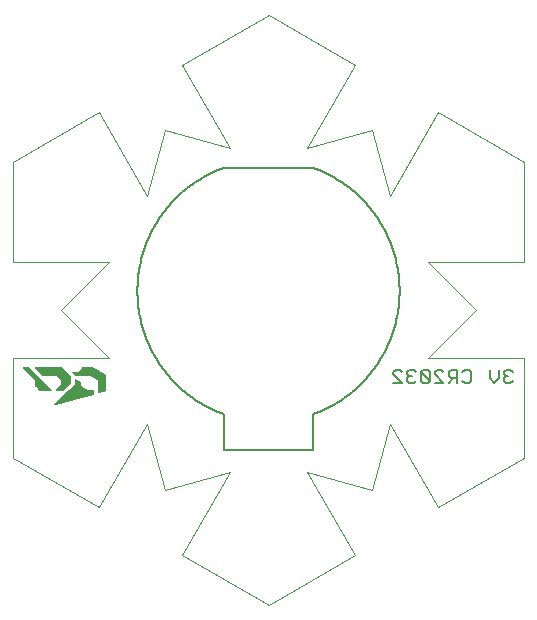
<source format=gbo>
G75*
%MOIN*%
%OFA0B0*%
%FSLAX25Y25*%
%IPPOS*%
%LPD*%
%AMOC8*
5,1,8,0,0,1.08239X$1,22.5*
%
%ADD10C,0.00000*%
%ADD11C,0.00700*%
%ADD12C,0.00039*%
%ADD13C,0.00800*%
D10*
X0030359Y0034194D02*
X0046353Y0061896D01*
X0052207Y0040048D01*
X0074055Y0045902D01*
X0058061Y0018200D01*
X0086829Y0001591D01*
X0115597Y0018200D01*
X0099603Y0045902D01*
X0121452Y0040048D01*
X0127306Y0061896D01*
X0143300Y0034194D01*
X0172068Y0050803D01*
X0172068Y0084022D01*
X0140080Y0084022D01*
X0156074Y0100016D01*
X0140080Y0116010D01*
X0172068Y0116010D01*
X0172068Y0149228D01*
X0143300Y0165838D01*
X0127306Y0138135D01*
X0121452Y0159983D01*
X0099603Y0154129D01*
X0115597Y0181832D01*
X0086829Y0198441D01*
X0058061Y0181832D01*
X0074055Y0154129D01*
X0052207Y0159983D01*
X0046353Y0138135D01*
X0030359Y0165838D01*
X0001591Y0149228D01*
X0001591Y0116010D01*
X0033579Y0116010D01*
X0017585Y0100016D01*
X0033579Y0084022D01*
X0001591Y0084022D01*
X0001591Y0050803D01*
X0030359Y0034194D01*
D11*
X0128472Y0075759D02*
X0131341Y0075759D01*
X0128472Y0078629D01*
X0128472Y0079346D01*
X0129189Y0080063D01*
X0130624Y0080063D01*
X0131341Y0079346D01*
X0133076Y0079346D02*
X0133076Y0078629D01*
X0133793Y0077911D01*
X0133076Y0077194D01*
X0133076Y0076477D01*
X0133793Y0075759D01*
X0135227Y0075759D01*
X0135945Y0076477D01*
X0137680Y0076477D02*
X0138397Y0075759D01*
X0139831Y0075759D01*
X0140549Y0076477D01*
X0137680Y0079346D01*
X0137680Y0076477D01*
X0140549Y0076477D02*
X0140549Y0079346D01*
X0139831Y0080063D01*
X0138397Y0080063D01*
X0137680Y0079346D01*
X0135945Y0079346D02*
X0135227Y0080063D01*
X0133793Y0080063D01*
X0133076Y0079346D01*
X0133793Y0077911D02*
X0134510Y0077911D01*
X0142283Y0078629D02*
X0142283Y0079346D01*
X0143001Y0080063D01*
X0144435Y0080063D01*
X0145153Y0079346D01*
X0146887Y0079346D02*
X0146887Y0077911D01*
X0147605Y0077194D01*
X0149756Y0077194D01*
X0148322Y0077194D02*
X0146887Y0075759D01*
X0145153Y0075759D02*
X0142283Y0078629D01*
X0142283Y0075759D02*
X0145153Y0075759D01*
X0146887Y0079346D02*
X0147605Y0080063D01*
X0149756Y0080063D01*
X0149756Y0075759D01*
X0151491Y0076477D02*
X0152209Y0075759D01*
X0153643Y0075759D01*
X0154360Y0076477D01*
X0154360Y0079346D01*
X0153643Y0080063D01*
X0152209Y0080063D01*
X0151491Y0079346D01*
X0160699Y0080063D02*
X0160699Y0077194D01*
X0162134Y0075759D01*
X0163568Y0077194D01*
X0163568Y0080063D01*
X0165303Y0079346D02*
X0165303Y0078629D01*
X0166020Y0077911D01*
X0165303Y0077194D01*
X0165303Y0076477D01*
X0166020Y0075759D01*
X0167455Y0075759D01*
X0168172Y0076477D01*
X0166738Y0077911D02*
X0166020Y0077911D01*
X0165303Y0079346D02*
X0166020Y0080063D01*
X0167455Y0080063D01*
X0168172Y0079346D01*
D12*
X0032437Y0078351D02*
X0032437Y0073301D01*
X0029912Y0072593D01*
X0029912Y0076893D01*
X0027387Y0078351D01*
X0022337Y0078351D01*
X0021424Y0079264D01*
X0023250Y0079264D01*
X0024862Y0080876D01*
X0028063Y0080876D01*
X0032437Y0078351D01*
X0032437Y0078338D02*
X0027409Y0078338D01*
X0027474Y0078300D02*
X0032437Y0078300D01*
X0032437Y0078263D02*
X0027540Y0078263D01*
X0027606Y0078225D02*
X0032437Y0078225D01*
X0032437Y0078187D02*
X0027671Y0078187D01*
X0027737Y0078149D02*
X0032437Y0078149D01*
X0032437Y0078111D02*
X0027802Y0078111D01*
X0027868Y0078073D02*
X0032437Y0078073D01*
X0032437Y0078035D02*
X0027934Y0078035D01*
X0027999Y0077997D02*
X0032437Y0077997D01*
X0032437Y0077959D02*
X0028065Y0077959D01*
X0028130Y0077922D02*
X0032437Y0077922D01*
X0032437Y0077884D02*
X0028196Y0077884D01*
X0028262Y0077846D02*
X0032437Y0077846D01*
X0032437Y0077808D02*
X0028327Y0077808D01*
X0028393Y0077770D02*
X0032437Y0077770D01*
X0032437Y0077732D02*
X0028458Y0077732D01*
X0028524Y0077694D02*
X0032437Y0077694D01*
X0032437Y0077656D02*
X0028590Y0077656D01*
X0028655Y0077619D02*
X0032437Y0077619D01*
X0032437Y0077581D02*
X0028721Y0077581D01*
X0028787Y0077543D02*
X0032437Y0077543D01*
X0032437Y0077505D02*
X0028852Y0077505D01*
X0028918Y0077467D02*
X0032437Y0077467D01*
X0032437Y0077429D02*
X0028983Y0077429D01*
X0029049Y0077391D02*
X0032437Y0077391D01*
X0032437Y0077353D02*
X0029115Y0077353D01*
X0029180Y0077315D02*
X0032437Y0077315D01*
X0032437Y0077278D02*
X0029246Y0077278D01*
X0029311Y0077240D02*
X0032437Y0077240D01*
X0032437Y0077202D02*
X0029377Y0077202D01*
X0029443Y0077164D02*
X0032437Y0077164D01*
X0032437Y0077126D02*
X0029508Y0077126D01*
X0029574Y0077088D02*
X0032437Y0077088D01*
X0032437Y0077050D02*
X0029639Y0077050D01*
X0029705Y0077012D02*
X0032437Y0077012D01*
X0032437Y0076975D02*
X0029771Y0076975D01*
X0029836Y0076937D02*
X0032437Y0076937D01*
X0032437Y0076899D02*
X0029902Y0076899D01*
X0029912Y0076861D02*
X0032437Y0076861D01*
X0032437Y0076823D02*
X0029912Y0076823D01*
X0029912Y0076785D02*
X0032437Y0076785D01*
X0032437Y0076747D02*
X0029912Y0076747D01*
X0029912Y0076709D02*
X0032437Y0076709D01*
X0032437Y0076671D02*
X0029912Y0076671D01*
X0029912Y0076634D02*
X0032437Y0076634D01*
X0032437Y0076596D02*
X0029912Y0076596D01*
X0029912Y0076558D02*
X0032437Y0076558D01*
X0032437Y0076520D02*
X0029912Y0076520D01*
X0029912Y0076482D02*
X0032437Y0076482D01*
X0032437Y0076444D02*
X0029912Y0076444D01*
X0029912Y0076406D02*
X0032437Y0076406D01*
X0032437Y0076368D02*
X0029912Y0076368D01*
X0029912Y0076331D02*
X0032437Y0076331D01*
X0032437Y0076293D02*
X0029912Y0076293D01*
X0029912Y0076255D02*
X0032437Y0076255D01*
X0032437Y0076217D02*
X0029912Y0076217D01*
X0029912Y0076179D02*
X0032437Y0076179D01*
X0032437Y0076141D02*
X0029912Y0076141D01*
X0029912Y0076103D02*
X0032437Y0076103D01*
X0032437Y0076065D02*
X0029912Y0076065D01*
X0029912Y0076027D02*
X0032437Y0076027D01*
X0032437Y0075990D02*
X0029912Y0075990D01*
X0029912Y0075952D02*
X0032437Y0075952D01*
X0032437Y0075914D02*
X0029912Y0075914D01*
X0029912Y0075876D02*
X0032437Y0075876D01*
X0032437Y0075838D02*
X0029912Y0075838D01*
X0029912Y0075800D02*
X0032437Y0075800D01*
X0032437Y0075762D02*
X0029912Y0075762D01*
X0029912Y0075724D02*
X0032437Y0075724D01*
X0032437Y0075687D02*
X0029912Y0075687D01*
X0029912Y0075649D02*
X0032437Y0075649D01*
X0032437Y0075611D02*
X0029912Y0075611D01*
X0029912Y0075573D02*
X0032437Y0075573D01*
X0032437Y0075535D02*
X0029912Y0075535D01*
X0029912Y0075497D02*
X0032437Y0075497D01*
X0032437Y0075459D02*
X0029912Y0075459D01*
X0029912Y0075421D02*
X0032437Y0075421D01*
X0032437Y0075384D02*
X0029912Y0075384D01*
X0029912Y0075346D02*
X0032437Y0075346D01*
X0032437Y0075308D02*
X0029912Y0075308D01*
X0029912Y0075270D02*
X0032437Y0075270D01*
X0032437Y0075232D02*
X0029912Y0075232D01*
X0029912Y0075194D02*
X0032437Y0075194D01*
X0032437Y0075156D02*
X0029912Y0075156D01*
X0029912Y0075118D02*
X0032437Y0075118D01*
X0032437Y0075080D02*
X0029912Y0075080D01*
X0029912Y0075043D02*
X0032437Y0075043D01*
X0032437Y0075005D02*
X0029912Y0075005D01*
X0029912Y0074967D02*
X0032437Y0074967D01*
X0032437Y0074929D02*
X0029912Y0074929D01*
X0029912Y0074891D02*
X0032437Y0074891D01*
X0032437Y0074853D02*
X0029912Y0074853D01*
X0029912Y0074815D02*
X0032437Y0074815D01*
X0032437Y0074777D02*
X0029912Y0074777D01*
X0029912Y0074740D02*
X0032437Y0074740D01*
X0032437Y0074702D02*
X0029912Y0074702D01*
X0029912Y0074664D02*
X0032437Y0074664D01*
X0032437Y0074626D02*
X0029912Y0074626D01*
X0029912Y0074588D02*
X0032437Y0074588D01*
X0032437Y0074550D02*
X0029912Y0074550D01*
X0029912Y0074512D02*
X0032437Y0074512D01*
X0032437Y0074474D02*
X0029912Y0074474D01*
X0029912Y0074436D02*
X0032437Y0074436D01*
X0032437Y0074399D02*
X0029912Y0074399D01*
X0029912Y0074361D02*
X0032437Y0074361D01*
X0032437Y0074323D02*
X0029912Y0074323D01*
X0029912Y0074285D02*
X0032437Y0074285D01*
X0032437Y0074247D02*
X0029912Y0074247D01*
X0029912Y0074209D02*
X0032437Y0074209D01*
X0032437Y0074171D02*
X0029912Y0074171D01*
X0029912Y0074133D02*
X0032437Y0074133D01*
X0032437Y0074096D02*
X0029912Y0074096D01*
X0029912Y0074058D02*
X0032437Y0074058D01*
X0032437Y0074020D02*
X0029912Y0074020D01*
X0029912Y0073982D02*
X0032437Y0073982D01*
X0032437Y0073944D02*
X0029912Y0073944D01*
X0029912Y0073906D02*
X0032437Y0073906D01*
X0032437Y0073868D02*
X0029912Y0073868D01*
X0029912Y0073830D02*
X0032437Y0073830D01*
X0032437Y0073792D02*
X0029912Y0073792D01*
X0029912Y0073755D02*
X0032437Y0073755D01*
X0032437Y0073717D02*
X0029912Y0073717D01*
X0029912Y0073679D02*
X0032437Y0073679D01*
X0032437Y0073641D02*
X0029912Y0073641D01*
X0029912Y0073603D02*
X0032437Y0073603D01*
X0032437Y0073565D02*
X0029912Y0073565D01*
X0029912Y0073527D02*
X0032437Y0073527D01*
X0032437Y0073489D02*
X0029912Y0073489D01*
X0029912Y0073452D02*
X0032437Y0073452D01*
X0032437Y0073414D02*
X0029912Y0073414D01*
X0029912Y0073376D02*
X0032437Y0073376D01*
X0032437Y0073338D02*
X0029912Y0073338D01*
X0029912Y0073300D02*
X0032433Y0073300D01*
X0032298Y0073262D02*
X0029912Y0073262D01*
X0029912Y0073224D02*
X0032162Y0073224D01*
X0032027Y0073186D02*
X0029912Y0073186D01*
X0029912Y0073149D02*
X0031892Y0073149D01*
X0031757Y0073111D02*
X0029912Y0073111D01*
X0029912Y0073073D02*
X0031622Y0073073D01*
X0031487Y0073035D02*
X0029912Y0073035D01*
X0029912Y0072997D02*
X0031352Y0072997D01*
X0031217Y0072959D02*
X0029912Y0072959D01*
X0029912Y0072921D02*
X0031082Y0072921D01*
X0030946Y0072883D02*
X0029912Y0072883D01*
X0029912Y0072845D02*
X0030811Y0072845D01*
X0030676Y0072808D02*
X0029912Y0072808D01*
X0029912Y0072770D02*
X0030541Y0072770D01*
X0030406Y0072732D02*
X0029912Y0072732D01*
X0029912Y0072694D02*
X0030271Y0072694D01*
X0030136Y0072656D02*
X0029912Y0072656D01*
X0029912Y0072618D02*
X0030001Y0072618D01*
X0028299Y0072618D02*
X0019613Y0072618D01*
X0019574Y0072580D02*
X0028299Y0072580D01*
X0028299Y0072542D02*
X0019535Y0072542D01*
X0019497Y0072505D02*
X0028299Y0072505D01*
X0028299Y0072467D02*
X0019458Y0072467D01*
X0019419Y0072429D02*
X0028299Y0072429D01*
X0028299Y0072391D02*
X0019380Y0072391D01*
X0019342Y0072353D02*
X0028299Y0072353D01*
X0028299Y0072315D02*
X0019303Y0072315D01*
X0019264Y0072277D02*
X0028299Y0072277D01*
X0028299Y0072239D02*
X0019225Y0072239D01*
X0019186Y0072201D02*
X0028299Y0072201D01*
X0028299Y0072164D02*
X0019148Y0072164D01*
X0019109Y0072126D02*
X0028244Y0072126D01*
X0028299Y0072141D02*
X0015434Y0068534D01*
X0022337Y0075280D01*
X0022337Y0076893D01*
X0023949Y0075962D01*
X0023949Y0074653D01*
X0026374Y0073253D01*
X0028299Y0073253D01*
X0028299Y0072141D01*
X0028109Y0072088D02*
X0019070Y0072088D01*
X0019031Y0072050D02*
X0027974Y0072050D01*
X0027839Y0072012D02*
X0018993Y0072012D01*
X0018954Y0071974D02*
X0027704Y0071974D01*
X0027568Y0071936D02*
X0018915Y0071936D01*
X0018876Y0071898D02*
X0027433Y0071898D01*
X0027298Y0071861D02*
X0018838Y0071861D01*
X0018799Y0071823D02*
X0027163Y0071823D01*
X0027028Y0071785D02*
X0018760Y0071785D01*
X0018721Y0071747D02*
X0026893Y0071747D01*
X0026758Y0071709D02*
X0018683Y0071709D01*
X0018644Y0071671D02*
X0026623Y0071671D01*
X0026487Y0071633D02*
X0018605Y0071633D01*
X0018566Y0071595D02*
X0026352Y0071595D01*
X0026217Y0071557D02*
X0018527Y0071557D01*
X0018489Y0071520D02*
X0026082Y0071520D01*
X0025947Y0071482D02*
X0018450Y0071482D01*
X0018411Y0071444D02*
X0025812Y0071444D01*
X0025677Y0071406D02*
X0018372Y0071406D01*
X0018334Y0071368D02*
X0025542Y0071368D01*
X0025406Y0071330D02*
X0018295Y0071330D01*
X0018256Y0071292D02*
X0025271Y0071292D01*
X0025136Y0071254D02*
X0018217Y0071254D01*
X0018179Y0071217D02*
X0025001Y0071217D01*
X0024866Y0071179D02*
X0018140Y0071179D01*
X0018101Y0071141D02*
X0024731Y0071141D01*
X0024596Y0071103D02*
X0018062Y0071103D01*
X0018023Y0071065D02*
X0024461Y0071065D01*
X0024326Y0071027D02*
X0017985Y0071027D01*
X0017946Y0070989D02*
X0024190Y0070989D01*
X0024055Y0070951D02*
X0017907Y0070951D01*
X0017868Y0070914D02*
X0023920Y0070914D01*
X0023785Y0070876D02*
X0017830Y0070876D01*
X0017791Y0070838D02*
X0023650Y0070838D01*
X0023515Y0070800D02*
X0017752Y0070800D01*
X0017713Y0070762D02*
X0023380Y0070762D01*
X0023245Y0070724D02*
X0017675Y0070724D01*
X0017636Y0070686D02*
X0023109Y0070686D01*
X0022974Y0070648D02*
X0017597Y0070648D01*
X0017558Y0070610D02*
X0022839Y0070610D01*
X0022704Y0070573D02*
X0017520Y0070573D01*
X0017481Y0070535D02*
X0022569Y0070535D01*
X0022434Y0070497D02*
X0017442Y0070497D01*
X0017403Y0070459D02*
X0022299Y0070459D01*
X0022164Y0070421D02*
X0017364Y0070421D01*
X0017326Y0070383D02*
X0022028Y0070383D01*
X0021893Y0070345D02*
X0017287Y0070345D01*
X0017248Y0070307D02*
X0021758Y0070307D01*
X0021623Y0070270D02*
X0017209Y0070270D01*
X0017171Y0070232D02*
X0021488Y0070232D01*
X0021353Y0070194D02*
X0017132Y0070194D01*
X0017093Y0070156D02*
X0021218Y0070156D01*
X0021083Y0070118D02*
X0017054Y0070118D01*
X0017016Y0070080D02*
X0020948Y0070080D01*
X0020812Y0070042D02*
X0016977Y0070042D01*
X0016938Y0070004D02*
X0020677Y0070004D01*
X0020542Y0069966D02*
X0016899Y0069966D01*
X0016861Y0069929D02*
X0020407Y0069929D01*
X0020272Y0069891D02*
X0016822Y0069891D01*
X0016783Y0069853D02*
X0020137Y0069853D01*
X0020002Y0069815D02*
X0016744Y0069815D01*
X0016705Y0069777D02*
X0019867Y0069777D01*
X0019731Y0069739D02*
X0016667Y0069739D01*
X0016628Y0069701D02*
X0019596Y0069701D01*
X0019461Y0069663D02*
X0016589Y0069663D01*
X0016550Y0069626D02*
X0019326Y0069626D01*
X0019191Y0069588D02*
X0016512Y0069588D01*
X0016473Y0069550D02*
X0019056Y0069550D01*
X0018921Y0069512D02*
X0016434Y0069512D01*
X0016395Y0069474D02*
X0018786Y0069474D01*
X0018651Y0069436D02*
X0016357Y0069436D01*
X0016318Y0069398D02*
X0018515Y0069398D01*
X0018380Y0069360D02*
X0016279Y0069360D01*
X0016240Y0069322D02*
X0018245Y0069322D01*
X0018110Y0069285D02*
X0016202Y0069285D01*
X0016163Y0069247D02*
X0017975Y0069247D01*
X0017840Y0069209D02*
X0016124Y0069209D01*
X0016085Y0069171D02*
X0017705Y0069171D01*
X0017570Y0069133D02*
X0016046Y0069133D01*
X0016008Y0069095D02*
X0017434Y0069095D01*
X0017299Y0069057D02*
X0015969Y0069057D01*
X0015930Y0069019D02*
X0017164Y0069019D01*
X0017029Y0068982D02*
X0015891Y0068982D01*
X0015853Y0068944D02*
X0016894Y0068944D01*
X0016759Y0068906D02*
X0015814Y0068906D01*
X0015775Y0068868D02*
X0016624Y0068868D01*
X0016489Y0068830D02*
X0015736Y0068830D01*
X0015698Y0068792D02*
X0016353Y0068792D01*
X0016218Y0068754D02*
X0015659Y0068754D01*
X0015620Y0068716D02*
X0016083Y0068716D01*
X0015948Y0068679D02*
X0015581Y0068679D01*
X0015542Y0068641D02*
X0015813Y0068641D01*
X0015678Y0068603D02*
X0015504Y0068603D01*
X0015465Y0068565D02*
X0015543Y0068565D01*
X0015920Y0073301D02*
X0017532Y0074913D01*
X0017532Y0076893D01*
X0016074Y0078351D01*
X0011468Y0078351D01*
X0008943Y0080876D01*
X0017532Y0080876D01*
X0020725Y0077683D01*
X0020725Y0075933D01*
X0020057Y0075280D01*
X0018032Y0073301D01*
X0015920Y0073301D01*
X0015957Y0073338D02*
X0018070Y0073338D01*
X0018108Y0073376D02*
X0015995Y0073376D01*
X0016033Y0073414D02*
X0018147Y0073414D01*
X0018186Y0073452D02*
X0016070Y0073452D01*
X0016108Y0073489D02*
X0018225Y0073489D01*
X0018263Y0073527D02*
X0016146Y0073527D01*
X0016184Y0073565D02*
X0018302Y0073565D01*
X0018341Y0073603D02*
X0016222Y0073603D01*
X0016260Y0073641D02*
X0018380Y0073641D01*
X0018418Y0073679D02*
X0016298Y0073679D01*
X0016336Y0073717D02*
X0018457Y0073717D01*
X0018496Y0073755D02*
X0016373Y0073755D01*
X0016411Y0073792D02*
X0018535Y0073792D01*
X0018573Y0073830D02*
X0016449Y0073830D01*
X0016487Y0073868D02*
X0018612Y0073868D01*
X0018651Y0073906D02*
X0016525Y0073906D01*
X0016563Y0073944D02*
X0018690Y0073944D01*
X0018729Y0073982D02*
X0016601Y0073982D01*
X0016639Y0074020D02*
X0018767Y0074020D01*
X0018806Y0074058D02*
X0016677Y0074058D01*
X0016714Y0074096D02*
X0018845Y0074096D01*
X0018884Y0074133D02*
X0016752Y0074133D01*
X0016790Y0074171D02*
X0018922Y0074171D01*
X0018961Y0074209D02*
X0016828Y0074209D01*
X0016866Y0074247D02*
X0019000Y0074247D01*
X0019039Y0074285D02*
X0016904Y0074285D01*
X0016942Y0074323D02*
X0019077Y0074323D01*
X0019116Y0074361D02*
X0016980Y0074361D01*
X0017017Y0074399D02*
X0019155Y0074399D01*
X0019194Y0074436D02*
X0017055Y0074436D01*
X0017093Y0074474D02*
X0019232Y0074474D01*
X0019271Y0074512D02*
X0017131Y0074512D01*
X0017169Y0074550D02*
X0019310Y0074550D01*
X0019349Y0074588D02*
X0017207Y0074588D01*
X0017245Y0074626D02*
X0019388Y0074626D01*
X0019426Y0074664D02*
X0017283Y0074664D01*
X0017320Y0074702D02*
X0019465Y0074702D01*
X0019504Y0074740D02*
X0017358Y0074740D01*
X0017396Y0074777D02*
X0019543Y0074777D01*
X0019581Y0074815D02*
X0017434Y0074815D01*
X0017472Y0074853D02*
X0019620Y0074853D01*
X0019659Y0074891D02*
X0017510Y0074891D01*
X0017532Y0074929D02*
X0019698Y0074929D01*
X0019736Y0074967D02*
X0017532Y0074967D01*
X0017532Y0075005D02*
X0019775Y0075005D01*
X0019814Y0075043D02*
X0017532Y0075043D01*
X0017532Y0075080D02*
X0019853Y0075080D01*
X0019892Y0075118D02*
X0017532Y0075118D01*
X0017532Y0075156D02*
X0019930Y0075156D01*
X0019969Y0075194D02*
X0017532Y0075194D01*
X0017532Y0075232D02*
X0020008Y0075232D01*
X0020047Y0075270D02*
X0017532Y0075270D01*
X0017532Y0075308D02*
X0020085Y0075308D01*
X0020057Y0075280D02*
X0020057Y0075280D01*
X0020124Y0075346D02*
X0017532Y0075346D01*
X0017532Y0075384D02*
X0020163Y0075384D01*
X0020202Y0075421D02*
X0017532Y0075421D01*
X0017532Y0075459D02*
X0020240Y0075459D01*
X0020279Y0075497D02*
X0017532Y0075497D01*
X0017532Y0075535D02*
X0020318Y0075535D01*
X0020357Y0075573D02*
X0017532Y0075573D01*
X0017532Y0075611D02*
X0020395Y0075611D01*
X0020434Y0075649D02*
X0017532Y0075649D01*
X0017532Y0075687D02*
X0020473Y0075687D01*
X0020512Y0075724D02*
X0017532Y0075724D01*
X0017532Y0075762D02*
X0020551Y0075762D01*
X0020589Y0075800D02*
X0017532Y0075800D01*
X0017532Y0075838D02*
X0020628Y0075838D01*
X0020667Y0075876D02*
X0017532Y0075876D01*
X0017532Y0075914D02*
X0020706Y0075914D01*
X0020725Y0075952D02*
X0017532Y0075952D01*
X0017532Y0075990D02*
X0020725Y0075990D01*
X0020725Y0076027D02*
X0017532Y0076027D01*
X0017532Y0076065D02*
X0020725Y0076065D01*
X0020725Y0076103D02*
X0017532Y0076103D01*
X0017532Y0076141D02*
X0020725Y0076141D01*
X0020725Y0076179D02*
X0017532Y0076179D01*
X0017532Y0076217D02*
X0020725Y0076217D01*
X0020725Y0076255D02*
X0017532Y0076255D01*
X0017532Y0076293D02*
X0020725Y0076293D01*
X0020725Y0076331D02*
X0017532Y0076331D01*
X0017532Y0076368D02*
X0020725Y0076368D01*
X0020725Y0076406D02*
X0017532Y0076406D01*
X0017532Y0076444D02*
X0020725Y0076444D01*
X0020725Y0076482D02*
X0017532Y0076482D01*
X0017532Y0076520D02*
X0020725Y0076520D01*
X0020725Y0076558D02*
X0017532Y0076558D01*
X0017532Y0076596D02*
X0020725Y0076596D01*
X0020725Y0076634D02*
X0017532Y0076634D01*
X0017532Y0076671D02*
X0020725Y0076671D01*
X0020725Y0076709D02*
X0017532Y0076709D01*
X0017532Y0076747D02*
X0020725Y0076747D01*
X0020725Y0076785D02*
X0017532Y0076785D01*
X0017532Y0076823D02*
X0020725Y0076823D01*
X0020725Y0076861D02*
X0017532Y0076861D01*
X0017527Y0076899D02*
X0020725Y0076899D01*
X0020725Y0076937D02*
X0017489Y0076937D01*
X0017451Y0076975D02*
X0020725Y0076975D01*
X0020725Y0077012D02*
X0017413Y0077012D01*
X0017375Y0077050D02*
X0020725Y0077050D01*
X0020725Y0077088D02*
X0017337Y0077088D01*
X0017299Y0077126D02*
X0020725Y0077126D01*
X0020725Y0077164D02*
X0017261Y0077164D01*
X0017223Y0077202D02*
X0020725Y0077202D01*
X0020725Y0077240D02*
X0017186Y0077240D01*
X0017148Y0077278D02*
X0020725Y0077278D01*
X0020725Y0077315D02*
X0017110Y0077315D01*
X0017072Y0077353D02*
X0020725Y0077353D01*
X0020725Y0077391D02*
X0017034Y0077391D01*
X0016996Y0077429D02*
X0020725Y0077429D01*
X0020725Y0077467D02*
X0016958Y0077467D01*
X0016920Y0077505D02*
X0020725Y0077505D01*
X0020725Y0077543D02*
X0016883Y0077543D01*
X0016845Y0077581D02*
X0020725Y0077581D01*
X0020725Y0077619D02*
X0016807Y0077619D01*
X0016769Y0077656D02*
X0020725Y0077656D01*
X0020714Y0077694D02*
X0016731Y0077694D01*
X0016693Y0077732D02*
X0020676Y0077732D01*
X0020638Y0077770D02*
X0016655Y0077770D01*
X0016617Y0077808D02*
X0020600Y0077808D01*
X0020562Y0077846D02*
X0016579Y0077846D01*
X0016542Y0077884D02*
X0020524Y0077884D01*
X0020486Y0077922D02*
X0016504Y0077922D01*
X0016466Y0077959D02*
X0020448Y0077959D01*
X0020411Y0077997D02*
X0016428Y0077997D01*
X0016390Y0078035D02*
X0020373Y0078035D01*
X0020335Y0078073D02*
X0016352Y0078073D01*
X0016314Y0078111D02*
X0020297Y0078111D01*
X0020259Y0078149D02*
X0016276Y0078149D01*
X0016239Y0078187D02*
X0020221Y0078187D01*
X0020183Y0078225D02*
X0016201Y0078225D01*
X0016163Y0078263D02*
X0020145Y0078263D01*
X0020108Y0078300D02*
X0016125Y0078300D01*
X0016087Y0078338D02*
X0020070Y0078338D01*
X0020032Y0078376D02*
X0011442Y0078376D01*
X0011405Y0078414D02*
X0019994Y0078414D01*
X0019956Y0078452D02*
X0011367Y0078452D01*
X0011329Y0078490D02*
X0019918Y0078490D01*
X0019880Y0078528D02*
X0011291Y0078528D01*
X0011253Y0078566D02*
X0019842Y0078566D01*
X0019804Y0078603D02*
X0011215Y0078603D01*
X0011177Y0078641D02*
X0019767Y0078641D01*
X0019729Y0078679D02*
X0011139Y0078679D01*
X0011102Y0078717D02*
X0019691Y0078717D01*
X0019653Y0078755D02*
X0011064Y0078755D01*
X0011026Y0078793D02*
X0019615Y0078793D01*
X0019577Y0078831D02*
X0010988Y0078831D01*
X0010950Y0078869D02*
X0019539Y0078869D01*
X0019501Y0078906D02*
X0010912Y0078906D01*
X0010874Y0078944D02*
X0019464Y0078944D01*
X0019426Y0078982D02*
X0010836Y0078982D01*
X0010799Y0079020D02*
X0019388Y0079020D01*
X0019350Y0079058D02*
X0010761Y0079058D01*
X0010723Y0079096D02*
X0019312Y0079096D01*
X0019274Y0079134D02*
X0010685Y0079134D01*
X0010647Y0079172D02*
X0019236Y0079172D01*
X0019198Y0079210D02*
X0010609Y0079210D01*
X0010571Y0079247D02*
X0019161Y0079247D01*
X0019123Y0079285D02*
X0010533Y0079285D01*
X0010495Y0079323D02*
X0019085Y0079323D01*
X0019047Y0079361D02*
X0010458Y0079361D01*
X0010420Y0079399D02*
X0019009Y0079399D01*
X0018971Y0079437D02*
X0010382Y0079437D01*
X0010344Y0079475D02*
X0018933Y0079475D01*
X0018895Y0079513D02*
X0010306Y0079513D01*
X0010268Y0079550D02*
X0018857Y0079550D01*
X0018820Y0079588D02*
X0010230Y0079588D01*
X0010192Y0079626D02*
X0018782Y0079626D01*
X0018744Y0079664D02*
X0010155Y0079664D01*
X0010117Y0079702D02*
X0018706Y0079702D01*
X0018668Y0079740D02*
X0010079Y0079740D01*
X0010041Y0079778D02*
X0018630Y0079778D01*
X0018592Y0079816D02*
X0010003Y0079816D01*
X0009965Y0079854D02*
X0018554Y0079854D01*
X0018517Y0079891D02*
X0009927Y0079891D01*
X0009889Y0079929D02*
X0018479Y0079929D01*
X0018441Y0079967D02*
X0009851Y0079967D01*
X0009814Y0080005D02*
X0018403Y0080005D01*
X0018365Y0080043D02*
X0009776Y0080043D01*
X0009738Y0080081D02*
X0018327Y0080081D01*
X0018289Y0080119D02*
X0009700Y0080119D01*
X0009662Y0080157D02*
X0018251Y0080157D01*
X0018213Y0080194D02*
X0009624Y0080194D01*
X0009586Y0080232D02*
X0018176Y0080232D01*
X0018138Y0080270D02*
X0009548Y0080270D01*
X0009511Y0080308D02*
X0018100Y0080308D01*
X0018062Y0080346D02*
X0009473Y0080346D01*
X0009435Y0080384D02*
X0018024Y0080384D01*
X0017986Y0080422D02*
X0009397Y0080422D01*
X0009359Y0080460D02*
X0017948Y0080460D01*
X0017910Y0080498D02*
X0009321Y0080498D01*
X0009283Y0080535D02*
X0017873Y0080535D01*
X0017835Y0080573D02*
X0009245Y0080573D01*
X0009207Y0080611D02*
X0017797Y0080611D01*
X0017759Y0080649D02*
X0009170Y0080649D01*
X0009132Y0080687D02*
X0017721Y0080687D01*
X0017683Y0080725D02*
X0009094Y0080725D01*
X0009056Y0080763D02*
X0017645Y0080763D01*
X0017607Y0080801D02*
X0009018Y0080801D01*
X0008980Y0080838D02*
X0017569Y0080838D01*
X0021440Y0079247D02*
X0030884Y0079247D01*
X0030949Y0079210D02*
X0021478Y0079210D01*
X0021516Y0079172D02*
X0031015Y0079172D01*
X0031081Y0079134D02*
X0021554Y0079134D01*
X0021592Y0079096D02*
X0031146Y0079096D01*
X0031212Y0079058D02*
X0021630Y0079058D01*
X0021668Y0079020D02*
X0031277Y0079020D01*
X0031343Y0078982D02*
X0021706Y0078982D01*
X0021744Y0078944D02*
X0031409Y0078944D01*
X0031474Y0078906D02*
X0021781Y0078906D01*
X0021819Y0078869D02*
X0031540Y0078869D01*
X0031605Y0078831D02*
X0021857Y0078831D01*
X0021895Y0078793D02*
X0031671Y0078793D01*
X0031737Y0078755D02*
X0021933Y0078755D01*
X0021971Y0078717D02*
X0031802Y0078717D01*
X0031868Y0078679D02*
X0022009Y0078679D01*
X0022047Y0078641D02*
X0031934Y0078641D01*
X0031999Y0078603D02*
X0022084Y0078603D01*
X0022122Y0078566D02*
X0032065Y0078566D01*
X0032130Y0078528D02*
X0022160Y0078528D01*
X0022198Y0078490D02*
X0032196Y0078490D01*
X0032262Y0078452D02*
X0022236Y0078452D01*
X0022274Y0078414D02*
X0032327Y0078414D01*
X0032393Y0078376D02*
X0022312Y0078376D01*
X0023271Y0079285D02*
X0030818Y0079285D01*
X0030753Y0079323D02*
X0023309Y0079323D01*
X0023347Y0079361D02*
X0030687Y0079361D01*
X0030621Y0079399D02*
X0023385Y0079399D01*
X0023423Y0079437D02*
X0030556Y0079437D01*
X0030490Y0079475D02*
X0023461Y0079475D01*
X0023499Y0079513D02*
X0030424Y0079513D01*
X0030359Y0079550D02*
X0023537Y0079550D01*
X0023574Y0079588D02*
X0030293Y0079588D01*
X0030228Y0079626D02*
X0023612Y0079626D01*
X0023650Y0079664D02*
X0030162Y0079664D01*
X0030096Y0079702D02*
X0023688Y0079702D01*
X0023726Y0079740D02*
X0030031Y0079740D01*
X0029965Y0079778D02*
X0023764Y0079778D01*
X0023802Y0079816D02*
X0029900Y0079816D01*
X0029834Y0079854D02*
X0023840Y0079854D01*
X0023877Y0079891D02*
X0029768Y0079891D01*
X0029703Y0079929D02*
X0023915Y0079929D01*
X0023953Y0079967D02*
X0029637Y0079967D01*
X0029572Y0080005D02*
X0023991Y0080005D01*
X0024029Y0080043D02*
X0029506Y0080043D01*
X0029440Y0080081D02*
X0024067Y0080081D01*
X0024105Y0080119D02*
X0029375Y0080119D01*
X0029309Y0080157D02*
X0024143Y0080157D01*
X0024181Y0080194D02*
X0029243Y0080194D01*
X0029178Y0080232D02*
X0024218Y0080232D01*
X0024256Y0080270D02*
X0029112Y0080270D01*
X0029047Y0080308D02*
X0024294Y0080308D01*
X0024332Y0080346D02*
X0028981Y0080346D01*
X0028915Y0080384D02*
X0024370Y0080384D01*
X0024408Y0080422D02*
X0028850Y0080422D01*
X0028784Y0080460D02*
X0024446Y0080460D01*
X0024484Y0080498D02*
X0028719Y0080498D01*
X0028653Y0080535D02*
X0024521Y0080535D01*
X0024559Y0080573D02*
X0028587Y0080573D01*
X0028522Y0080611D02*
X0024597Y0080611D01*
X0024635Y0080649D02*
X0028456Y0080649D01*
X0028390Y0080687D02*
X0024673Y0080687D01*
X0024711Y0080725D02*
X0028325Y0080725D01*
X0028259Y0080763D02*
X0024749Y0080763D01*
X0024787Y0080801D02*
X0028194Y0080801D01*
X0028128Y0080838D02*
X0024825Y0080838D01*
X0022524Y0076785D02*
X0022337Y0076785D01*
X0022337Y0076747D02*
X0022590Y0076747D01*
X0022655Y0076709D02*
X0022337Y0076709D01*
X0022337Y0076671D02*
X0022721Y0076671D01*
X0022787Y0076634D02*
X0022337Y0076634D01*
X0022337Y0076596D02*
X0022852Y0076596D01*
X0022918Y0076558D02*
X0022337Y0076558D01*
X0022337Y0076520D02*
X0022983Y0076520D01*
X0023049Y0076482D02*
X0022337Y0076482D01*
X0022337Y0076444D02*
X0023115Y0076444D01*
X0023180Y0076406D02*
X0022337Y0076406D01*
X0022337Y0076368D02*
X0023246Y0076368D01*
X0023311Y0076331D02*
X0022337Y0076331D01*
X0022337Y0076293D02*
X0023377Y0076293D01*
X0023443Y0076255D02*
X0022337Y0076255D01*
X0022337Y0076217D02*
X0023508Y0076217D01*
X0023574Y0076179D02*
X0022337Y0076179D01*
X0022337Y0076141D02*
X0023639Y0076141D01*
X0023705Y0076103D02*
X0022337Y0076103D01*
X0022337Y0076065D02*
X0023771Y0076065D01*
X0023836Y0076027D02*
X0022337Y0076027D01*
X0022337Y0075990D02*
X0023902Y0075990D01*
X0023949Y0075952D02*
X0022337Y0075952D01*
X0022337Y0075914D02*
X0023949Y0075914D01*
X0023949Y0075876D02*
X0022337Y0075876D01*
X0022337Y0075838D02*
X0023949Y0075838D01*
X0023949Y0075800D02*
X0022337Y0075800D01*
X0022337Y0075762D02*
X0023949Y0075762D01*
X0023949Y0075724D02*
X0022337Y0075724D01*
X0022337Y0075687D02*
X0023949Y0075687D01*
X0023949Y0075649D02*
X0022337Y0075649D01*
X0022337Y0075611D02*
X0023949Y0075611D01*
X0023949Y0075573D02*
X0022337Y0075573D01*
X0022337Y0075535D02*
X0023949Y0075535D01*
X0023949Y0075497D02*
X0022337Y0075497D01*
X0022337Y0075459D02*
X0023949Y0075459D01*
X0023949Y0075421D02*
X0022337Y0075421D01*
X0022337Y0075384D02*
X0023949Y0075384D01*
X0023949Y0075346D02*
X0022337Y0075346D01*
X0022337Y0075308D02*
X0023949Y0075308D01*
X0023949Y0075270D02*
X0022327Y0075270D01*
X0022288Y0075232D02*
X0023949Y0075232D01*
X0023949Y0075194D02*
X0022249Y0075194D01*
X0022210Y0075156D02*
X0023949Y0075156D01*
X0023949Y0075118D02*
X0022171Y0075118D01*
X0022133Y0075080D02*
X0023949Y0075080D01*
X0023949Y0075043D02*
X0022094Y0075043D01*
X0022055Y0075005D02*
X0023949Y0075005D01*
X0023949Y0074967D02*
X0022016Y0074967D01*
X0021978Y0074929D02*
X0023949Y0074929D01*
X0023949Y0074891D02*
X0021939Y0074891D01*
X0021900Y0074853D02*
X0023949Y0074853D01*
X0023949Y0074815D02*
X0021861Y0074815D01*
X0021823Y0074777D02*
X0023949Y0074777D01*
X0023949Y0074740D02*
X0021784Y0074740D01*
X0021745Y0074702D02*
X0023949Y0074702D01*
X0023949Y0074664D02*
X0021706Y0074664D01*
X0021667Y0074626D02*
X0023996Y0074626D01*
X0024062Y0074588D02*
X0021629Y0074588D01*
X0021590Y0074550D02*
X0024127Y0074550D01*
X0024193Y0074512D02*
X0021551Y0074512D01*
X0021512Y0074474D02*
X0024258Y0074474D01*
X0024324Y0074436D02*
X0021474Y0074436D01*
X0021435Y0074399D02*
X0024390Y0074399D01*
X0024455Y0074361D02*
X0021396Y0074361D01*
X0021357Y0074323D02*
X0024521Y0074323D01*
X0024587Y0074285D02*
X0021319Y0074285D01*
X0021280Y0074247D02*
X0024652Y0074247D01*
X0024718Y0074209D02*
X0021241Y0074209D01*
X0021202Y0074171D02*
X0024783Y0074171D01*
X0024849Y0074133D02*
X0021164Y0074133D01*
X0021125Y0074096D02*
X0024915Y0074096D01*
X0024980Y0074058D02*
X0021086Y0074058D01*
X0021047Y0074020D02*
X0025046Y0074020D01*
X0025111Y0073982D02*
X0021008Y0073982D01*
X0020970Y0073944D02*
X0025177Y0073944D01*
X0025243Y0073906D02*
X0020931Y0073906D01*
X0020892Y0073868D02*
X0025308Y0073868D01*
X0025374Y0073830D02*
X0020853Y0073830D01*
X0020815Y0073792D02*
X0025440Y0073792D01*
X0025505Y0073755D02*
X0020776Y0073755D01*
X0020737Y0073717D02*
X0025571Y0073717D01*
X0025636Y0073679D02*
X0020698Y0073679D01*
X0020660Y0073641D02*
X0025702Y0073641D01*
X0025768Y0073603D02*
X0020621Y0073603D01*
X0020582Y0073565D02*
X0025833Y0073565D01*
X0025899Y0073527D02*
X0020543Y0073527D01*
X0020505Y0073489D02*
X0025964Y0073489D01*
X0026030Y0073452D02*
X0020466Y0073452D01*
X0020427Y0073414D02*
X0026096Y0073414D01*
X0026161Y0073376D02*
X0020388Y0073376D01*
X0020349Y0073338D02*
X0026227Y0073338D01*
X0026292Y0073300D02*
X0020311Y0073300D01*
X0020272Y0073262D02*
X0026358Y0073262D01*
X0028299Y0073224D02*
X0020233Y0073224D01*
X0020194Y0073186D02*
X0028299Y0073186D01*
X0028299Y0073149D02*
X0020156Y0073149D01*
X0020117Y0073111D02*
X0028299Y0073111D01*
X0028299Y0073073D02*
X0020078Y0073073D01*
X0020039Y0073035D02*
X0028299Y0073035D01*
X0028299Y0072997D02*
X0020001Y0072997D01*
X0019962Y0072959D02*
X0028299Y0072959D01*
X0028299Y0072921D02*
X0019923Y0072921D01*
X0019884Y0072883D02*
X0028299Y0072883D01*
X0028299Y0072845D02*
X0019845Y0072845D01*
X0019807Y0072808D02*
X0028299Y0072808D01*
X0028299Y0072770D02*
X0019768Y0072770D01*
X0019729Y0072732D02*
X0028299Y0072732D01*
X0028299Y0072694D02*
X0019690Y0072694D01*
X0019652Y0072656D02*
X0028299Y0072656D01*
X0022458Y0076823D02*
X0022337Y0076823D01*
X0022337Y0076861D02*
X0022393Y0076861D01*
X0014238Y0073301D02*
X0010667Y0073301D01*
X0008860Y0075108D01*
X0008860Y0076893D01*
X0008665Y0077088D01*
X0010451Y0077088D01*
X0010488Y0077050D02*
X0008703Y0077050D01*
X0008741Y0077012D02*
X0010526Y0077012D01*
X0010564Y0076975D02*
X0008779Y0076975D01*
X0008817Y0076937D02*
X0010602Y0076937D01*
X0010640Y0076899D02*
X0008855Y0076899D01*
X0008860Y0076861D02*
X0010678Y0076861D01*
X0010716Y0076823D02*
X0008860Y0076823D01*
X0008860Y0076785D02*
X0010754Y0076785D01*
X0010791Y0076747D02*
X0008860Y0076747D01*
X0008860Y0076709D02*
X0010829Y0076709D01*
X0010867Y0076671D02*
X0008860Y0076671D01*
X0008860Y0076634D02*
X0010905Y0076634D01*
X0010943Y0076596D02*
X0008860Y0076596D01*
X0008860Y0076558D02*
X0010981Y0076558D01*
X0011019Y0076520D02*
X0008860Y0076520D01*
X0008860Y0076482D02*
X0011057Y0076482D01*
X0011095Y0076444D02*
X0008860Y0076444D01*
X0008860Y0076406D02*
X0011132Y0076406D01*
X0011170Y0076368D02*
X0008860Y0076368D01*
X0008860Y0076331D02*
X0011208Y0076331D01*
X0011246Y0076293D02*
X0008860Y0076293D01*
X0008860Y0076255D02*
X0011284Y0076255D01*
X0011322Y0076217D02*
X0008860Y0076217D01*
X0008860Y0076179D02*
X0011360Y0076179D01*
X0011398Y0076141D02*
X0008860Y0076141D01*
X0008860Y0076103D02*
X0011435Y0076103D01*
X0011473Y0076065D02*
X0008860Y0076065D01*
X0008860Y0076027D02*
X0011511Y0076027D01*
X0011549Y0075990D02*
X0008860Y0075990D01*
X0008860Y0075952D02*
X0011587Y0075952D01*
X0011625Y0075914D02*
X0008860Y0075914D01*
X0008860Y0075876D02*
X0011663Y0075876D01*
X0011701Y0075838D02*
X0008860Y0075838D01*
X0008860Y0075800D02*
X0011738Y0075800D01*
X0011776Y0075762D02*
X0008860Y0075762D01*
X0008860Y0075724D02*
X0011814Y0075724D01*
X0011852Y0075687D02*
X0008860Y0075687D01*
X0008860Y0075649D02*
X0011890Y0075649D01*
X0011928Y0075611D02*
X0008860Y0075611D01*
X0008860Y0075573D02*
X0011966Y0075573D01*
X0012004Y0075535D02*
X0008860Y0075535D01*
X0008860Y0075497D02*
X0012042Y0075497D01*
X0012079Y0075459D02*
X0008860Y0075459D01*
X0008860Y0075421D02*
X0012117Y0075421D01*
X0012155Y0075384D02*
X0008860Y0075384D01*
X0008860Y0075346D02*
X0012193Y0075346D01*
X0012231Y0075308D02*
X0008860Y0075308D01*
X0008860Y0075270D02*
X0012269Y0075270D01*
X0012307Y0075232D02*
X0008860Y0075232D01*
X0008860Y0075194D02*
X0012345Y0075194D01*
X0012382Y0075156D02*
X0008860Y0075156D01*
X0008860Y0075118D02*
X0012420Y0075118D01*
X0012458Y0075080D02*
X0008887Y0075080D01*
X0008925Y0075043D02*
X0012496Y0075043D01*
X0012534Y0075005D02*
X0008963Y0075005D01*
X0009001Y0074967D02*
X0012572Y0074967D01*
X0012610Y0074929D02*
X0009039Y0074929D01*
X0009077Y0074891D02*
X0012648Y0074891D01*
X0012686Y0074853D02*
X0009115Y0074853D01*
X0009153Y0074815D02*
X0012723Y0074815D01*
X0012761Y0074777D02*
X0009191Y0074777D01*
X0009228Y0074740D02*
X0012799Y0074740D01*
X0012837Y0074702D02*
X0009266Y0074702D01*
X0009304Y0074664D02*
X0012875Y0074664D01*
X0012913Y0074626D02*
X0009342Y0074626D01*
X0009380Y0074588D02*
X0012951Y0074588D01*
X0012989Y0074550D02*
X0009418Y0074550D01*
X0009456Y0074512D02*
X0013026Y0074512D01*
X0013064Y0074474D02*
X0009494Y0074474D01*
X0009531Y0074436D02*
X0013102Y0074436D01*
X0013140Y0074399D02*
X0009569Y0074399D01*
X0009607Y0074361D02*
X0013178Y0074361D01*
X0013216Y0074323D02*
X0009645Y0074323D01*
X0009683Y0074285D02*
X0013254Y0074285D01*
X0013292Y0074247D02*
X0009721Y0074247D01*
X0009759Y0074209D02*
X0013330Y0074209D01*
X0013367Y0074171D02*
X0009797Y0074171D01*
X0009835Y0074133D02*
X0013405Y0074133D01*
X0013443Y0074096D02*
X0009872Y0074096D01*
X0009910Y0074058D02*
X0013481Y0074058D01*
X0013519Y0074020D02*
X0009948Y0074020D01*
X0009986Y0073982D02*
X0013557Y0073982D01*
X0013595Y0073944D02*
X0010024Y0073944D01*
X0010062Y0073906D02*
X0013633Y0073906D01*
X0013670Y0073868D02*
X0010100Y0073868D01*
X0010138Y0073830D02*
X0013708Y0073830D01*
X0013746Y0073792D02*
X0010175Y0073792D01*
X0010213Y0073755D02*
X0013784Y0073755D01*
X0013822Y0073717D02*
X0010251Y0073717D01*
X0010289Y0073679D02*
X0013860Y0073679D01*
X0013898Y0073641D02*
X0010327Y0073641D01*
X0010365Y0073603D02*
X0013936Y0073603D01*
X0013973Y0073565D02*
X0010403Y0073565D01*
X0010441Y0073527D02*
X0014011Y0073527D01*
X0014049Y0073489D02*
X0010479Y0073489D01*
X0010516Y0073452D02*
X0014087Y0073452D01*
X0014125Y0073414D02*
X0010554Y0073414D01*
X0010592Y0073376D02*
X0014163Y0073376D01*
X0014201Y0073338D02*
X0010630Y0073338D01*
X0014238Y0073301D02*
X0006663Y0080876D01*
X0004878Y0080876D01*
X0008665Y0077088D01*
X0008627Y0077126D02*
X0010413Y0077126D01*
X0010375Y0077164D02*
X0008589Y0077164D01*
X0008552Y0077202D02*
X0010337Y0077202D01*
X0010299Y0077240D02*
X0008514Y0077240D01*
X0008476Y0077278D02*
X0010261Y0077278D01*
X0010223Y0077315D02*
X0008438Y0077315D01*
X0008400Y0077353D02*
X0010185Y0077353D01*
X0010147Y0077391D02*
X0008362Y0077391D01*
X0008324Y0077429D02*
X0010110Y0077429D01*
X0010072Y0077467D02*
X0008286Y0077467D01*
X0008248Y0077505D02*
X0010034Y0077505D01*
X0009996Y0077543D02*
X0008211Y0077543D01*
X0008173Y0077581D02*
X0009958Y0077581D01*
X0009920Y0077619D02*
X0008135Y0077619D01*
X0008097Y0077656D02*
X0009882Y0077656D01*
X0009844Y0077694D02*
X0008059Y0077694D01*
X0008021Y0077732D02*
X0009807Y0077732D01*
X0009769Y0077770D02*
X0007983Y0077770D01*
X0007945Y0077808D02*
X0009731Y0077808D01*
X0009693Y0077846D02*
X0007908Y0077846D01*
X0007870Y0077884D02*
X0009655Y0077884D01*
X0009617Y0077922D02*
X0007832Y0077922D01*
X0007794Y0077959D02*
X0009579Y0077959D01*
X0009541Y0077997D02*
X0007756Y0077997D01*
X0007718Y0078035D02*
X0009503Y0078035D01*
X0009466Y0078073D02*
X0007680Y0078073D01*
X0007642Y0078111D02*
X0009428Y0078111D01*
X0009390Y0078149D02*
X0007604Y0078149D01*
X0007567Y0078187D02*
X0009352Y0078187D01*
X0009314Y0078225D02*
X0007529Y0078225D01*
X0007491Y0078263D02*
X0009276Y0078263D01*
X0009238Y0078300D02*
X0007453Y0078300D01*
X0007415Y0078338D02*
X0009200Y0078338D01*
X0009163Y0078376D02*
X0007377Y0078376D01*
X0007339Y0078414D02*
X0009125Y0078414D01*
X0009087Y0078452D02*
X0007301Y0078452D01*
X0007264Y0078490D02*
X0009049Y0078490D01*
X0009011Y0078528D02*
X0007226Y0078528D01*
X0007188Y0078566D02*
X0008973Y0078566D01*
X0008935Y0078603D02*
X0007150Y0078603D01*
X0007112Y0078641D02*
X0008897Y0078641D01*
X0008859Y0078679D02*
X0007074Y0078679D01*
X0007036Y0078717D02*
X0008822Y0078717D01*
X0008784Y0078755D02*
X0006998Y0078755D01*
X0006960Y0078793D02*
X0008746Y0078793D01*
X0008708Y0078831D02*
X0006923Y0078831D01*
X0006885Y0078869D02*
X0008670Y0078869D01*
X0008632Y0078906D02*
X0006847Y0078906D01*
X0006809Y0078944D02*
X0008594Y0078944D01*
X0008556Y0078982D02*
X0006771Y0078982D01*
X0006733Y0079020D02*
X0008519Y0079020D01*
X0008481Y0079058D02*
X0006695Y0079058D01*
X0006657Y0079096D02*
X0008443Y0079096D01*
X0008405Y0079134D02*
X0006620Y0079134D01*
X0006582Y0079172D02*
X0008367Y0079172D01*
X0008329Y0079210D02*
X0006544Y0079210D01*
X0006506Y0079247D02*
X0008291Y0079247D01*
X0008253Y0079285D02*
X0006468Y0079285D01*
X0006430Y0079323D02*
X0008216Y0079323D01*
X0008178Y0079361D02*
X0006392Y0079361D01*
X0006354Y0079399D02*
X0008140Y0079399D01*
X0008102Y0079437D02*
X0006317Y0079437D01*
X0006279Y0079475D02*
X0008064Y0079475D01*
X0008026Y0079513D02*
X0006241Y0079513D01*
X0006203Y0079550D02*
X0007988Y0079550D01*
X0007950Y0079588D02*
X0006165Y0079588D01*
X0006127Y0079626D02*
X0007912Y0079626D01*
X0007875Y0079664D02*
X0006089Y0079664D01*
X0006051Y0079702D02*
X0007837Y0079702D01*
X0007799Y0079740D02*
X0006013Y0079740D01*
X0005976Y0079778D02*
X0007761Y0079778D01*
X0007723Y0079816D02*
X0005938Y0079816D01*
X0005900Y0079854D02*
X0007685Y0079854D01*
X0007647Y0079891D02*
X0005862Y0079891D01*
X0005824Y0079929D02*
X0007609Y0079929D01*
X0007572Y0079967D02*
X0005786Y0079967D01*
X0005748Y0080005D02*
X0007534Y0080005D01*
X0007496Y0080043D02*
X0005710Y0080043D01*
X0005673Y0080081D02*
X0007458Y0080081D01*
X0007420Y0080119D02*
X0005635Y0080119D01*
X0005597Y0080157D02*
X0007382Y0080157D01*
X0007344Y0080194D02*
X0005559Y0080194D01*
X0005521Y0080232D02*
X0007306Y0080232D01*
X0007268Y0080270D02*
X0005483Y0080270D01*
X0005445Y0080308D02*
X0007231Y0080308D01*
X0007193Y0080346D02*
X0005407Y0080346D01*
X0005369Y0080384D02*
X0007155Y0080384D01*
X0007117Y0080422D02*
X0005332Y0080422D01*
X0005294Y0080460D02*
X0007079Y0080460D01*
X0007041Y0080498D02*
X0005256Y0080498D01*
X0005218Y0080535D02*
X0007003Y0080535D01*
X0006965Y0080573D02*
X0005180Y0080573D01*
X0005142Y0080611D02*
X0006928Y0080611D01*
X0006890Y0080649D02*
X0005104Y0080649D01*
X0005066Y0080687D02*
X0006852Y0080687D01*
X0006814Y0080725D02*
X0005029Y0080725D01*
X0004991Y0080763D02*
X0006776Y0080763D01*
X0006738Y0080801D02*
X0004953Y0080801D01*
X0004915Y0080838D02*
X0006700Y0080838D01*
D13*
X0071869Y0065213D02*
X0071869Y0053480D01*
X0101790Y0053480D01*
X0101790Y0065213D01*
X0071869Y0065213D02*
X0070870Y0065592D01*
X0069881Y0065995D01*
X0068902Y0066422D01*
X0067934Y0066873D01*
X0066977Y0067347D01*
X0066031Y0067844D01*
X0065099Y0068365D01*
X0064179Y0068908D01*
X0063273Y0069473D01*
X0062380Y0070061D01*
X0061503Y0070670D01*
X0060640Y0071300D01*
X0059794Y0071951D01*
X0058963Y0072622D01*
X0058149Y0073314D01*
X0057352Y0074025D01*
X0056573Y0074756D01*
X0055812Y0075505D01*
X0055069Y0076273D01*
X0054345Y0077058D01*
X0053641Y0077861D01*
X0052956Y0078681D01*
X0052292Y0079518D01*
X0051648Y0080370D01*
X0051025Y0081238D01*
X0050424Y0082120D01*
X0049844Y0083018D01*
X0049287Y0083929D01*
X0048751Y0084853D01*
X0048239Y0085790D01*
X0047750Y0086740D01*
X0047283Y0087701D01*
X0046841Y0088673D01*
X0046422Y0089656D01*
X0046028Y0090648D01*
X0045657Y0091650D01*
X0045312Y0092661D01*
X0044991Y0093680D01*
X0044695Y0094706D01*
X0044424Y0095739D01*
X0044179Y0096779D01*
X0043959Y0097824D01*
X0043764Y0098874D01*
X0043595Y0099929D01*
X0043453Y0100987D01*
X0043335Y0102049D01*
X0043244Y0103113D01*
X0043179Y0104180D01*
X0043140Y0105247D01*
X0043127Y0106315D01*
X0043140Y0107383D01*
X0043179Y0108450D01*
X0043244Y0109517D01*
X0043335Y0110581D01*
X0043453Y0111643D01*
X0043595Y0112701D01*
X0043764Y0113756D01*
X0043959Y0114806D01*
X0044179Y0115851D01*
X0044424Y0116891D01*
X0044695Y0117924D01*
X0044991Y0118950D01*
X0045312Y0119969D01*
X0045657Y0120980D01*
X0046028Y0121982D01*
X0046422Y0122974D01*
X0046841Y0123957D01*
X0047283Y0124929D01*
X0047750Y0125890D01*
X0048239Y0126840D01*
X0048751Y0127777D01*
X0049287Y0128701D01*
X0049844Y0129612D01*
X0050424Y0130510D01*
X0051025Y0131392D01*
X0051648Y0132260D01*
X0052292Y0133112D01*
X0052956Y0133949D01*
X0053641Y0134769D01*
X0054345Y0135572D01*
X0055069Y0136357D01*
X0055812Y0137125D01*
X0056573Y0137874D01*
X0057352Y0138605D01*
X0058149Y0139316D01*
X0058963Y0140008D01*
X0059794Y0140679D01*
X0060640Y0141330D01*
X0061503Y0141960D01*
X0062380Y0142569D01*
X0063273Y0143157D01*
X0064179Y0143722D01*
X0065099Y0144265D01*
X0066031Y0144786D01*
X0066977Y0145283D01*
X0067934Y0145757D01*
X0068902Y0146208D01*
X0069881Y0146635D01*
X0070870Y0147038D01*
X0071869Y0147417D01*
X0101790Y0147417D01*
X0102789Y0147038D01*
X0103778Y0146635D01*
X0104757Y0146208D01*
X0105725Y0145757D01*
X0106682Y0145283D01*
X0107628Y0144786D01*
X0108560Y0144265D01*
X0109480Y0143722D01*
X0110386Y0143157D01*
X0111279Y0142569D01*
X0112156Y0141960D01*
X0113019Y0141330D01*
X0113865Y0140679D01*
X0114696Y0140008D01*
X0115510Y0139316D01*
X0116307Y0138605D01*
X0117086Y0137874D01*
X0117847Y0137125D01*
X0118590Y0136357D01*
X0119314Y0135572D01*
X0120018Y0134769D01*
X0120703Y0133949D01*
X0121367Y0133112D01*
X0122011Y0132260D01*
X0122634Y0131392D01*
X0123235Y0130510D01*
X0123815Y0129612D01*
X0124372Y0128701D01*
X0124908Y0127777D01*
X0125420Y0126840D01*
X0125909Y0125890D01*
X0126376Y0124929D01*
X0126818Y0123957D01*
X0127237Y0122974D01*
X0127631Y0121982D01*
X0128002Y0120980D01*
X0128347Y0119969D01*
X0128668Y0118950D01*
X0128964Y0117924D01*
X0129235Y0116891D01*
X0129480Y0115851D01*
X0129700Y0114806D01*
X0129895Y0113756D01*
X0130064Y0112701D01*
X0130206Y0111643D01*
X0130324Y0110581D01*
X0130415Y0109517D01*
X0130480Y0108450D01*
X0130519Y0107383D01*
X0130532Y0106315D01*
X0130519Y0105247D01*
X0130480Y0104180D01*
X0130415Y0103113D01*
X0130324Y0102049D01*
X0130206Y0100987D01*
X0130064Y0099929D01*
X0129895Y0098874D01*
X0129700Y0097824D01*
X0129480Y0096779D01*
X0129235Y0095739D01*
X0128964Y0094706D01*
X0128668Y0093680D01*
X0128347Y0092661D01*
X0128002Y0091650D01*
X0127631Y0090648D01*
X0127237Y0089656D01*
X0126818Y0088673D01*
X0126376Y0087701D01*
X0125909Y0086740D01*
X0125420Y0085790D01*
X0124908Y0084853D01*
X0124372Y0083929D01*
X0123815Y0083018D01*
X0123235Y0082120D01*
X0122634Y0081238D01*
X0122011Y0080370D01*
X0121367Y0079518D01*
X0120703Y0078681D01*
X0120018Y0077861D01*
X0119314Y0077058D01*
X0118590Y0076273D01*
X0117847Y0075505D01*
X0117086Y0074756D01*
X0116307Y0074025D01*
X0115510Y0073314D01*
X0114696Y0072622D01*
X0113865Y0071951D01*
X0113019Y0071300D01*
X0112156Y0070670D01*
X0111279Y0070061D01*
X0110386Y0069473D01*
X0109480Y0068908D01*
X0108560Y0068365D01*
X0107628Y0067844D01*
X0106682Y0067347D01*
X0105725Y0066873D01*
X0104757Y0066422D01*
X0103778Y0065995D01*
X0102789Y0065592D01*
X0101790Y0065213D01*
M02*

</source>
